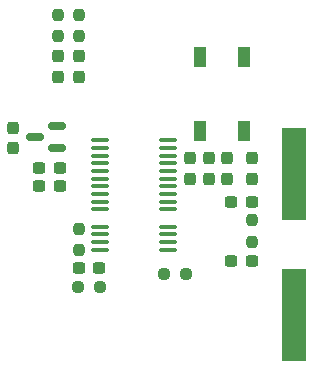
<source format=gbr>
%TF.GenerationSoftware,KiCad,Pcbnew,6.0.11+dfsg-1*%
%TF.CreationDate,2024-02-21T10:26:17+01:00*%
%TF.ProjectId,PCB_TMS,5043425f-544d-4532-9e6b-696361645f70,rev?*%
%TF.SameCoordinates,Original*%
%TF.FileFunction,Paste,Top*%
%TF.FilePolarity,Positive*%
%FSLAX46Y46*%
G04 Gerber Fmt 4.6, Leading zero omitted, Abs format (unit mm)*
G04 Created by KiCad (PCBNEW 6.0.11+dfsg-1) date 2024-02-21 10:26:17*
%MOMM*%
%LPD*%
G01*
G04 APERTURE LIST*
G04 Aperture macros list*
%AMRoundRect*
0 Rectangle with rounded corners*
0 $1 Rounding radius*
0 $2 $3 $4 $5 $6 $7 $8 $9 X,Y pos of 4 corners*
0 Add a 4 corners polygon primitive as box body*
4,1,4,$2,$3,$4,$5,$6,$7,$8,$9,$2,$3,0*
0 Add four circle primitives for the rounded corners*
1,1,$1+$1,$2,$3*
1,1,$1+$1,$4,$5*
1,1,$1+$1,$6,$7*
1,1,$1+$1,$8,$9*
0 Add four rect primitives between the rounded corners*
20,1,$1+$1,$2,$3,$4,$5,0*
20,1,$1+$1,$4,$5,$6,$7,0*
20,1,$1+$1,$6,$7,$8,$9,0*
20,1,$1+$1,$8,$9,$2,$3,0*%
G04 Aperture macros list end*
%ADD10RoundRect,0.237500X-0.300000X-0.237500X0.300000X-0.237500X0.300000X0.237500X-0.300000X0.237500X0*%
%ADD11RoundRect,0.237500X0.237500X-0.300000X0.237500X0.300000X-0.237500X0.300000X-0.237500X-0.300000X0*%
%ADD12R,2.000000X7.875000*%
%ADD13RoundRect,0.237500X-0.237500X0.300000X-0.237500X-0.300000X0.237500X-0.300000X0.237500X0.300000X0*%
%ADD14RoundRect,0.237500X0.250000X0.237500X-0.250000X0.237500X-0.250000X-0.237500X0.250000X-0.237500X0*%
%ADD15RoundRect,0.100000X0.637500X0.100000X-0.637500X0.100000X-0.637500X-0.100000X0.637500X-0.100000X0*%
%ADD16RoundRect,0.237500X-0.237500X0.287500X-0.237500X-0.287500X0.237500X-0.287500X0.237500X0.287500X0*%
%ADD17R,1.100000X1.800000*%
%ADD18RoundRect,0.237500X0.237500X-0.250000X0.237500X0.250000X-0.237500X0.250000X-0.237500X-0.250000X0*%
%ADD19RoundRect,0.237500X-0.250000X-0.237500X0.250000X-0.237500X0.250000X0.237500X-0.250000X0.237500X0*%
%ADD20RoundRect,0.237500X0.300000X0.237500X-0.300000X0.237500X-0.300000X-0.237500X0.300000X-0.237500X0*%
%ADD21RoundRect,0.237500X-0.237500X0.250000X-0.237500X-0.250000X0.237500X-0.250000X0.237500X0.250000X0*%
%ADD22RoundRect,0.150000X0.587500X0.150000X-0.587500X0.150000X-0.587500X-0.150000X0.587500X-0.150000X0*%
G04 APERTURE END LIST*
D10*
%TO.C,C5*%
X147937500Y-101287500D03*
X149662500Y-101287500D03*
%TD*%
D11*
%TO.C,C7*%
X149700000Y-94312500D03*
X149700000Y-92587500D03*
%TD*%
D12*
%TO.C,Y1*%
X153200000Y-93950000D03*
X153200000Y-105825000D03*
%TD*%
D13*
%TO.C,C1*%
X144450000Y-92575000D03*
X144450000Y-94300000D03*
%TD*%
D10*
%TO.C,C6*%
X147937500Y-96287500D03*
X149662500Y-96287500D03*
%TD*%
D13*
%TO.C,C9*%
X129450000Y-90000000D03*
X129450000Y-91725000D03*
%TD*%
D14*
%TO.C,R1*%
X144075000Y-102400000D03*
X142250000Y-102400000D03*
%TD*%
D15*
%TO.C,U3*%
X142562500Y-100325000D03*
X142562500Y-99675000D03*
X142562500Y-99025000D03*
X142562500Y-98375000D03*
X136837500Y-98375000D03*
X136837500Y-99025000D03*
X136837500Y-99675000D03*
X136837500Y-100325000D03*
%TD*%
%TO.C,U1*%
X142562500Y-96905000D03*
X142562500Y-96255000D03*
X142562500Y-95605000D03*
X142562500Y-94955000D03*
X142562500Y-94305000D03*
X142562500Y-93655000D03*
X142562500Y-93005000D03*
X142562500Y-92355000D03*
X142562500Y-91705000D03*
X142562500Y-91055000D03*
X136837500Y-91055000D03*
X136837500Y-91705000D03*
X136837500Y-92355000D03*
X136837500Y-93005000D03*
X136837500Y-93655000D03*
X136837500Y-94305000D03*
X136837500Y-94955000D03*
X136837500Y-95605000D03*
X136837500Y-96255000D03*
X136837500Y-96905000D03*
%TD*%
D16*
%TO.C,D1*%
X133250000Y-83925000D03*
X133250000Y-85675000D03*
%TD*%
D17*
%TO.C,SW2*%
X145300000Y-84050000D03*
X145300000Y-90250000D03*
X149000000Y-90250000D03*
X149000000Y-84050000D03*
%TD*%
D18*
%TO.C,R7*%
X135028000Y-82260000D03*
X135028000Y-80435000D03*
%TD*%
D19*
%TO.C,R4*%
X134975000Y-103450000D03*
X136800000Y-103450000D03*
%TD*%
D20*
%TO.C,1uF1*%
X133412500Y-94950000D03*
X131687500Y-94950000D03*
%TD*%
D13*
%TO.C,C2*%
X146000000Y-92575000D03*
X146000000Y-94300000D03*
%TD*%
D20*
%TO.C,C8*%
X136762500Y-101900000D03*
X135037500Y-101900000D03*
%TD*%
D18*
%TO.C,R6*%
X133250000Y-82269500D03*
X133250000Y-80444500D03*
%TD*%
D21*
%TO.C,R5*%
X135000000Y-98537500D03*
X135000000Y-100362500D03*
%TD*%
D18*
%TO.C,R2*%
X149700000Y-99650000D03*
X149700000Y-97825000D03*
%TD*%
D22*
%TO.C,U2*%
X133210000Y-91727500D03*
X133210000Y-89827500D03*
X131335000Y-90777500D03*
%TD*%
D16*
%TO.C,D2*%
X135028000Y-83925000D03*
X135028000Y-85675000D03*
%TD*%
D13*
%TO.C,C3*%
X147550000Y-92575000D03*
X147550000Y-94300000D03*
%TD*%
D10*
%TO.C,C4*%
X131675000Y-93400000D03*
X133400000Y-93400000D03*
%TD*%
M02*

</source>
